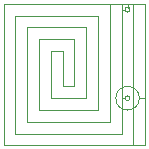
<source format=gbr>
G04 DipTrace 3.3.1.3*
G04 sema_print_gerb.gbr*
%MOMM*%
G04 #@! TF.FileFunction,Copper,L1,Top*
G04 #@! TF.Part,Single*
G04 #@! TA.AperFunction,Nonconductor*
%ADD13C,0.00033*%
%FSLAX35Y35*%
G04*
G71*
G90*
G75*
G01*
G04 Top*
%LPD*%
X500000Y500000D2*
D13*
Y800000D1*
X400000D1*
Y400000D1*
X700000D1*
Y1000000D1*
X200000D1*
Y200000D1*
X900000D1*
Y1200000D1*
X0D1*
Y0D1*
X1100000D1*
Y1200000D1*
X1000000D1*
Y1150000D1*
X1029000D1*
G02X1071000Y1150000I21000J0D01*
G01*
G02X1029000Y1150000I-21000J0D01*
G01*
X1000000D1*
Y400000D1*
X1029000D1*
G02X1071000Y400000I21000J0D01*
G01*
G02X1029000Y400000I-21000J0D01*
G01*
X1000000D1*
Y100000D1*
X100000D1*
Y1100000D1*
X800000D1*
Y300000D1*
X300000D1*
Y900000D1*
X600000D1*
Y500000D1*
X500000D1*
G04 Bottom*
X0Y0D2*
X1200000D1*
Y400000D1*
X1150000D1*
G02X950000Y400000I-100000J0D01*
G01*
G02X1150000Y400000I100000J0D01*
G01*
X1200000D1*
Y1200000D1*
X1050000D1*
Y1171000D1*
G02X1071000Y1150000I0J-21000D01*
G01*
G02X1050000Y1171000I-21000J0D01*
G01*
Y1200000D1*
X0D1*
Y0D1*
M02*

</source>
